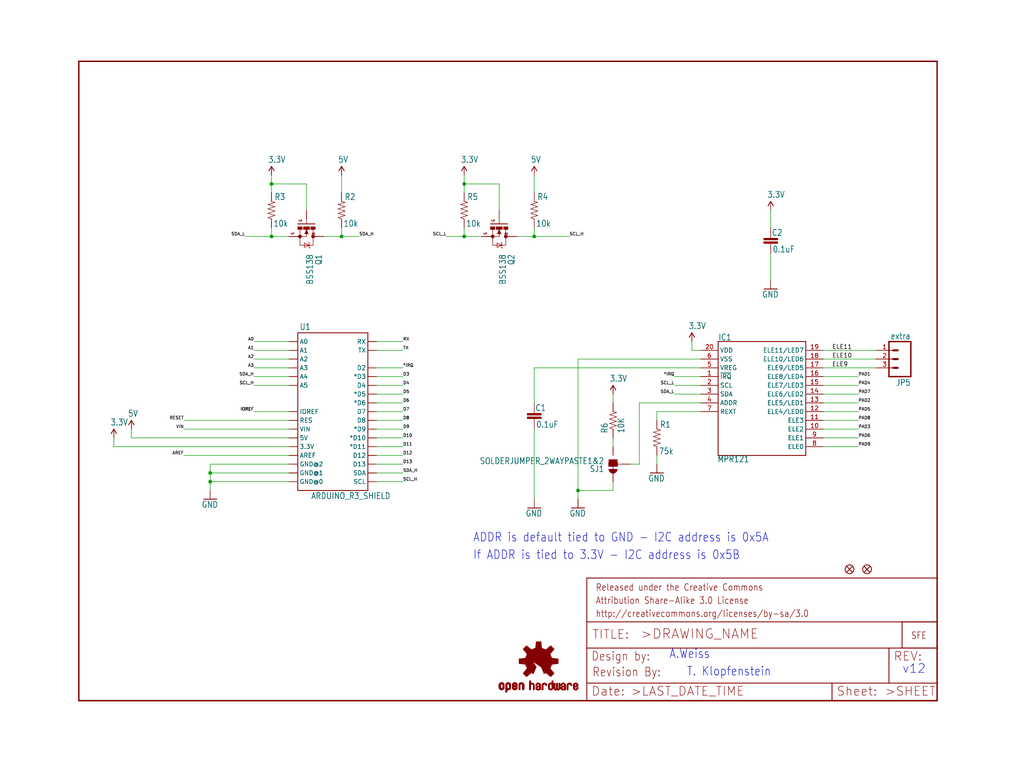
<source format=kicad_sch>
(kicad_sch (version 20211123) (generator eeschema)
  (paper "User" 297.002 223.926)
  (lib_symbols
    (symbol "eagleSchem-eagle-import:10KOHM1{slash}10W1%(0603)0603"
      (property "Reference" "R" (at -3.81 1.4986 0))
      (property "Value" "10KOHM1{slash}10W1%(0603)0603" (at -3.81 -3.302 0))
      (symbol "10KOHM1{slash}10W1%(0603)0603_1_0"
        (pin passive line (at -5.08 0 0) (length 2.54) (name "1") (number "1"))
        (pin passive line (at 5.08 0 180) (length 2.54) (name "2") (number "2"))
      )
    )
    (symbol "eagleSchem-eagle-import:3.3V" (power)
      (property "Value" "3.3V" (at -1.016 3.556 0))
      (symbol "3.3V_1_0"
        (pin power_in line (at 0 0 90) (length 2.54) (name "3.3V") (number "1"))
      )
    )
    (symbol "eagleSchem-eagle-import:5V" (power)
      (property "Value" "5V" (at -1.016 3.556 0))
      (symbol "5V_1_0"
        (pin power_in line (at 0 0 90) (length 2.54) (name "5V") (number "1"))
      )
    )
    (symbol "eagleSchem-eagle-import:ARDUINO_R3_SHIELD"
      (property "Value" "ARDUINO_R3_SHIELD" (at -6.35 -27.94 0))
      (symbol "ARDUINO_R3_SHIELD_1_0"
        (pin bidirectional line (at -12.7 -12.7 0) (length 2.54) (name "3.3V") (number "3.3V"))
        (pin bidirectional line (at -12.7 -10.16 0) (length 2.54) (name "5V") (number "5V"))
        (pin bidirectional line (at -12.7 17.78 0) (length 2.54) (name "A0") (number "A0"))
        (pin bidirectional line (at -12.7 15.24 0) (length 2.54) (name "A1") (number "A1"))
        (pin bidirectional line (at -12.7 12.7 0) (length 2.54) (name "A2") (number "A2"))
        (pin bidirectional line (at -12.7 10.16 0) (length 2.54) (name "A3") (number "A3"))
        (pin bidirectional line (at -12.7 7.62 0) (length 2.54) (name "A4") (number "A4"))
        (pin bidirectional line (at -12.7 5.08 0) (length 2.54) (name "A5") (number "A5"))
        (pin bidirectional line (at -12.7 -15.24 0) (length 2.54) (name "AREF") (number "AREF"))
        (pin bidirectional line (at 12.7 -10.16 180) (length 2.54) (name "*D10") (number "D10"))
        (pin bidirectional line (at 12.7 -12.7 180) (length 2.54) (name "*D11") (number "D11"))
        (pin bidirectional line (at 12.7 -15.24 180) (length 2.54) (name "D12") (number "D12"))
        (pin bidirectional line (at 12.7 -17.78 180) (length 2.54) (name "D13") (number "D13"))
        (pin bidirectional line (at 12.7 10.16 180) (length 2.54) (name "D2") (number "D2"))
        (pin bidirectional line (at 12.7 7.62 180) (length 2.54) (name "*D3") (number "D3"))
        (pin bidirectional line (at 12.7 5.08 180) (length 2.54) (name "D4") (number "D4"))
        (pin bidirectional line (at 12.7 2.54 180) (length 2.54) (name "*D5") (number "D5"))
        (pin bidirectional line (at 12.7 0 180) (length 2.54) (name "*D6") (number "D6"))
        (pin bidirectional line (at 12.7 -2.54 180) (length 2.54) (name "D7") (number "D7"))
        (pin bidirectional line (at 12.7 -5.08 180) (length 2.54) (name "D8") (number "D8"))
        (pin bidirectional line (at 12.7 -7.62 180) (length 2.54) (name "*D9") (number "D9"))
        (pin bidirectional line (at -12.7 -22.86 0) (length 2.54) (name "GND@0") (number "GND@0"))
        (pin bidirectional line (at -12.7 -20.32 0) (length 2.54) (name "GND@1") (number "GND@1"))
        (pin bidirectional line (at -12.7 -17.78 0) (length 2.54) (name "GND@2") (number "GND@2"))
        (pin bidirectional line (at -12.7 -2.54 0) (length 2.54) (name "IOREF") (number "IOREF"))
        (pin bidirectional line (at -12.7 -5.08 0) (length 2.54) (name "RES") (number "RES"))
        (pin bidirectional line (at 12.7 17.78 180) (length 2.54) (name "RX") (number "RX"))
        (pin bidirectional line (at 12.7 -22.86 180) (length 2.54) (name "SCL") (number "SCL"))
        (pin bidirectional line (at 12.7 -20.32 180) (length 2.54) (name "SDA") (number "SDA"))
        (pin bidirectional line (at 12.7 15.24 180) (length 2.54) (name "TX") (number "TX"))
        (pin bidirectional line (at -12.7 -7.62 0) (length 2.54) (name "VIN") (number "VIN"))
      )
    )
    (symbol "eagleSchem-eagle-import:CAP0603-CAP"
      (property "Reference" "C" (at 1.524 2.921 0))
      (property "Value" "CAP0603-CAP" (at 1.524 -2.159 0))
      (symbol "CAP0603-CAP_1_0"
        (pin passive line (at 0 5.08 270) (length 2.54) (name "1") (number "1"))
        (pin passive line (at 0 -2.54 90) (length 2.54) (name "2") (number "2"))
      )
    )
    (symbol "eagleSchem-eagle-import:FIDUCIALUFIDUCIAL")
    (symbol "eagleSchem-eagle-import:FRAME-LETTER"
      (symbol "FRAME-LETTER_2_0"
        (text ">DRAWING_NAME" (at 15.494 17.78 0) (effects (font (size 2.7432 2.7432)) (justify left bottom)))
        (text ">LAST_DATE_TIME" (at 12.7 1.27 0) (effects (font (size 2.54 2.54)) (justify left bottom)))
        (text ">SHEET" (at 86.36 1.27 0) (effects (font (size 2.54 2.54)) (justify left bottom)))
        (text "Attribution Share-Alike 3.0 License" (at 2.54 27.94 0) (effects (font (size 1.9304 1.6408)) (justify left bottom)))
        (text "Date:" (at 1.27 1.27 0) (effects (font (size 2.54 2.54)) (justify left bottom)))
        (text "Design by:" (at 1.27 11.43 0) (effects (font (size 2.54 2.159)) (justify left bottom)))
        (text "http://creativecommons.org/licenses/by-sa/3.0" (at 2.54 24.13 0) (effects (font (size 1.9304 1.6408)) (justify left bottom)))
        (text "Released under the Creative Commons" (at 2.54 31.75 0) (effects (font (size 1.9304 1.6408)) (justify left bottom)))
        (text "REV:" (at 88.9 11.43 0) (effects (font (size 2.54 2.54)) (justify left bottom)))
        (text "Sheet:" (at 72.39 1.27 0) (effects (font (size 2.54 2.54)) (justify left bottom)))
        (text "TITLE:" (at 1.524 17.78 0) (effects (font (size 2.54 2.54)) (justify left bottom)))
      )
    )
    (symbol "eagleSchem-eagle-import:GND" (power)
      (property "Value" "GND" (at -2.54 -2.54 0))
      (symbol "GND_1_0"
        (pin power_in line (at 0 2.54 270) (length 2.54) (name "GND") (number "1"))
      )
    )
    (symbol "eagleSchem-eagle-import:LOGO-SFENEW"
      (symbol "LOGO-SFENEW_1_0"
        (text "SFE" (at 0 0 0) (effects (font (size 1.9304 1.6408)) (justify left bottom)))
      )
    )
    (symbol "eagleSchem-eagle-import:M03PTH"
      (property "Reference" "JP" (at -2.54 5.842 0))
      (property "Value" "M03PTH" (at -2.54 -7.62 0))
      (symbol "M03PTH_1_0"
        (pin passive line (at 7.62 -2.54 180) (length 5.08) (name "1") (number "1"))
        (pin passive line (at 7.62 0 180) (length 5.08) (name "2") (number "2"))
        (pin passive line (at 7.62 2.54 180) (length 5.08) (name "3") (number "3"))
      )
    )
    (symbol "eagleSchem-eagle-import:MOSFET-NCHANNELSMD"
      (property "Reference" "Q" (at 5.08 2.54 0))
      (property "Value" "MOSFET-NCHANNELSMD" (at 5.08 0 0))
      (symbol "MOSFET-NCHANNELSMD_1_0"
        (text "D" (at -1.27 2.54 0) (effects (font (size 0.8128 0.6908)) (justify left bottom)))
        (text "G" (at -5.08 -1.27 0) (effects (font (size 0.8128 0.6908)) (justify left bottom)))
        (text "S" (at -1.27 -3.556 0) (effects (font (size 0.8128 0.6908)) (justify left bottom)))
        (pin passive line (at -7.62 0 0) (length 2.54) (name "G") (number "1"))
        (pin passive line (at 0 -5.08 90) (length 2.54) (name "S") (number "2"))
        (pin passive line (at 0 5.08 270) (length 2.54) (name "D") (number "3"))
      )
    )
    (symbol "eagleSchem-eagle-import:MPR121V2"
      (property "Value" "MPR121V2" (at -12.954 -17.272 0))
      (symbol "MPR121V2_1_0"
        (pin bidirectional line (at -17.78 7.62 0) (length 5.08) (name "~{IRQ}") (number "1"))
        (pin bidirectional line (at 17.78 -7.62 180) (length 5.08) (name "ELE2") (number "10"))
        (pin bidirectional line (at 17.78 -5.08 180) (length 5.08) (name "ELE3") (number "11"))
        (pin bidirectional line (at 17.78 -2.54 180) (length 5.08) (name "ELE4/LED0") (number "12"))
        (pin bidirectional line (at 17.78 0 180) (length 5.08) (name "ELE5/LED1") (number "13"))
        (pin bidirectional line (at 17.78 2.54 180) (length 5.08) (name "ELE6/LED2") (number "14"))
        (pin bidirectional line (at 17.78 5.08 180) (length 5.08) (name "ELE7/LED3") (number "15"))
        (pin bidirectional line (at 17.78 7.62 180) (length 5.08) (name "ELE8/LED4") (number "16"))
        (pin bidirectional line (at 17.78 10.16 180) (length 5.08) (name "ELE9/LED5") (number "17"))
        (pin bidirectional line (at 17.78 12.7 180) (length 5.08) (name "ELE10/LED6") (number "18"))
        (pin bidirectional line (at 17.78 15.24 180) (length 5.08) (name "ELE11/LED7") (number "19"))
        (pin bidirectional line (at -17.78 5.08 0) (length 5.08) (name "SCL") (number "2"))
        (pin bidirectional line (at -17.78 15.24 0) (length 5.08) (name "VDD") (number "20"))
        (pin bidirectional line (at -17.78 2.54 0) (length 5.08) (name "SDA") (number "3"))
        (pin bidirectional line (at -17.78 0 0) (length 5.08) (name "ADDR") (number "4"))
        (pin bidirectional line (at -17.78 10.16 0) (length 5.08) (name "VREG") (number "5"))
        (pin bidirectional line (at -17.78 12.7 0) (length 5.08) (name "VSS") (number "6"))
        (pin bidirectional line (at -17.78 -2.54 0) (length 5.08) (name "REXT") (number "7"))
        (pin bidirectional line (at 17.78 -12.7 180) (length 5.08) (name "ELE0") (number "8"))
        (pin bidirectional line (at 17.78 -10.16 180) (length 5.08) (name "ELE1") (number "9"))
      )
    )
    (symbol "eagleSchem-eagle-import:OSHW-LOGOL")
    (symbol "eagleSchem-eagle-import:RESISTOR0603-RES"
      (property "Reference" "R" (at -3.81 1.4986 0))
      (property "Value" "RESISTOR0603-RES" (at -3.81 -3.302 0))
      (symbol "RESISTOR0603-RES_1_0"
        (pin passive line (at -5.08 0 0) (length 2.54) (name "1") (number "1"))
        (pin passive line (at 5.08 0 180) (length 2.54) (name "2") (number "2"))
      )
    )
    (symbol "eagleSchem-eagle-import:REVISION"
      (symbol "REVISION_1_0"
        (text "Revision By: " (at 0 0 0) (effects (font (size 2.54 2.159)) (justify left bottom)))
      )
    )
    (symbol "eagleSchem-eagle-import:SOLDERJUMPER_2WAYPASTE1&2"
      (property "Reference" "SJ" (at 2.54 0.381 0))
      (property "Value" "SOLDERJUMPER_2WAYPASTE1&2" (at 2.54 -1.905 0))
      (symbol "SOLDERJUMPER_2WAYPASTE1&2_1_0"
        (pin passive line (at 0 5.08 270) (length 2.54) (name "1") (number "1"))
        (pin passive line (at -5.08 0 0) (length 2.54) (name "2") (number "2"))
        (pin passive line (at 0 -5.08 90) (length 2.54) (name "3") (number "3"))
      )
    )
  )
  (junction (at 154.94 68.58))
  (junction (at 99.06 68.58))
  (junction (at 78.74 68.58))
  (junction (at 60.96 137.16))
  (junction (at 134.62 68.58))
  (junction (at 134.62 53.34))
  (junction (at 78.74 53.34))
  (junction (at 60.96 139.7))
  (junction (at 167.64 142.24))
  (wire (pts (xy 88.9 53.34) (xy 78.74 53.34)))
  (wire (pts (xy 109.22 127) (xy 116.84 127)))
  (wire (pts (xy 149.86 68.58) (xy 154.94 68.58)))
  (wire (pts (xy 83.82 121.92) (xy 53.34 121.92)))
  (wire (pts (xy 83.82 99.06) (xy 73.66 99.06)))
  (wire (pts (xy 109.22 114.3) (xy 116.84 114.3)))
  (wire (pts (xy 190.5 132.08) (xy 190.5 134.62)))
  (wire (pts (xy 203.2 114.3) (xy 195.58 114.3)))
  (wire (pts (xy 238.76 104.14) (xy 254 104.14)))
  (wire (pts (xy 203.2 119.38) (xy 190.5 119.38)))
  (wire (pts (xy 154.94 68.58) (xy 165.1 68.58)))
  (wire (pts (xy 223.52 66.04) (xy 223.52 60.96)))
  (wire (pts (xy 177.8 139.7) (xy 177.8 142.24)))
  (wire (pts (xy 109.22 124.46) (xy 116.84 124.46)))
  (wire (pts (xy 109.22 119.38) (xy 116.84 119.38)))
  (wire (pts (xy 177.8 142.24) (xy 167.64 142.24)))
  (wire (pts (xy 99.06 68.58) (xy 99.06 66.04)))
  (wire (pts (xy 83.82 68.58) (xy 78.74 68.58)))
  (wire (pts (xy 83.82 111.76) (xy 73.66 111.76)))
  (wire (pts (xy 83.82 129.54) (xy 33.02 129.54)))
  (wire (pts (xy 109.22 111.76) (xy 116.84 111.76)))
  (wire (pts (xy 238.76 121.92) (xy 248.92 121.92)))
  (wire (pts (xy 109.22 116.84) (xy 116.84 116.84)))
  (wire (pts (xy 203.2 106.68) (xy 154.94 106.68)))
  (wire (pts (xy 200.66 101.6) (xy 200.66 99.06)))
  (wire (pts (xy 185.42 134.62) (xy 182.88 134.62)))
  (wire (pts (xy 223.52 81.28) (xy 223.52 73.66)))
  (wire (pts (xy 134.62 66.04) (xy 134.62 68.58)))
  (wire (pts (xy 154.94 124.46) (xy 154.94 144.78)))
  (wire (pts (xy 83.82 134.62) (xy 60.96 134.62)))
  (wire (pts (xy 167.64 104.14) (xy 203.2 104.14)))
  (wire (pts (xy 144.78 60.96) (xy 144.78 53.34)))
  (wire (pts (xy 238.76 127) (xy 248.92 127)))
  (wire (pts (xy 83.82 139.7) (xy 60.96 139.7)))
  (wire (pts (xy 83.82 109.22) (xy 73.66 109.22)))
  (wire (pts (xy 109.22 139.7) (xy 116.84 139.7)))
  (wire (pts (xy 248.92 114.3) (xy 238.76 114.3)))
  (wire (pts (xy 83.82 101.6) (xy 73.66 101.6)))
  (wire (pts (xy 185.42 116.84) (xy 185.42 134.62)))
  (wire (pts (xy 134.62 53.34) (xy 134.62 50.8)))
  (wire (pts (xy 238.76 109.22) (xy 248.92 109.22)))
  (wire (pts (xy 203.2 111.76) (xy 195.58 111.76)))
  (wire (pts (xy 78.74 53.34) (xy 78.74 50.8)))
  (wire (pts (xy 38.1 127) (xy 38.1 124.46)))
  (wire (pts (xy 139.7 68.58) (xy 134.62 68.58)))
  (wire (pts (xy 154.94 106.68) (xy 154.94 116.84)))
  (wire (pts (xy 238.76 129.54) (xy 248.92 129.54)))
  (wire (pts (xy 154.94 68.58) (xy 154.94 66.04)))
  (wire (pts (xy 109.22 109.22) (xy 116.84 109.22)))
  (wire (pts (xy 167.64 144.78) (xy 167.64 142.24)))
  (wire (pts (xy 83.82 137.16) (xy 60.96 137.16)))
  (wire (pts (xy 134.62 68.58) (xy 129.54 68.58)))
  (wire (pts (xy 109.22 106.68) (xy 116.84 106.68)))
  (wire (pts (xy 190.5 119.38) (xy 190.5 121.92)))
  (wire (pts (xy 177.8 129.54) (xy 177.8 127)))
  (wire (pts (xy 93.98 68.58) (xy 99.06 68.58)))
  (wire (pts (xy 60.96 134.62) (xy 60.96 137.16)))
  (wire (pts (xy 83.82 119.38) (xy 73.66 119.38)))
  (wire (pts (xy 238.76 124.46) (xy 248.92 124.46)))
  (wire (pts (xy 109.22 129.54) (xy 116.84 129.54)))
  (wire (pts (xy 109.22 101.6) (xy 116.84 101.6)))
  (wire (pts (xy 60.96 139.7) (xy 60.96 142.24)))
  (wire (pts (xy 78.74 66.04) (xy 78.74 68.58)))
  (wire (pts (xy 83.82 127) (xy 38.1 127)))
  (wire (pts (xy 78.74 68.58) (xy 71.12 68.58)))
  (wire (pts (xy 83.82 124.46) (xy 53.34 124.46)))
  (wire (pts (xy 167.64 142.24) (xy 167.64 104.14)))
  (wire (pts (xy 109.22 137.16) (xy 116.84 137.16)))
  (wire (pts (xy 99.06 68.58) (xy 104.14 68.58)))
  (wire (pts (xy 177.8 116.84) (xy 177.8 114.3)))
  (wire (pts (xy 203.2 109.22) (xy 195.58 109.22)))
  (wire (pts (xy 238.76 111.76) (xy 248.92 111.76)))
  (wire (pts (xy 134.62 55.88) (xy 134.62 53.34)))
  (wire (pts (xy 203.2 116.84) (xy 185.42 116.84)))
  (wire (pts (xy 203.2 101.6) (xy 200.66 101.6)))
  (wire (pts (xy 238.76 101.6) (xy 254 101.6)))
  (wire (pts (xy 88.9 60.96) (xy 88.9 53.34)))
  (wire (pts (xy 248.92 119.38) (xy 238.76 119.38)))
  (wire (pts (xy 109.22 99.06) (xy 116.84 99.06)))
  (wire (pts (xy 109.22 121.92) (xy 116.84 121.92)))
  (wire (pts (xy 83.82 104.14) (xy 73.66 104.14)))
  (wire (pts (xy 99.06 55.88) (xy 99.06 50.8)))
  (wire (pts (xy 83.82 106.68) (xy 73.66 106.68)))
  (wire (pts (xy 144.78 53.34) (xy 134.62 53.34)))
  (wire (pts (xy 33.02 129.54) (xy 33.02 127)))
  (wire (pts (xy 109.22 134.62) (xy 116.84 134.62)))
  (wire (pts (xy 238.76 106.68) (xy 254 106.68)))
  (wire (pts (xy 60.96 137.16) (xy 60.96 139.7)))
  (wire (pts (xy 154.94 55.88) (xy 154.94 50.8)))
  (wire (pts (xy 109.22 132.08) (xy 116.84 132.08)))
  (wire (pts (xy 248.92 116.84) (xy 238.76 116.84)))
  (wire (pts (xy 78.74 55.88) (xy 78.74 53.34)))
  (polyline (pts (xy 177.8 134.62) (xy 177.8 137.16)))
  (wire (pts (xy 83.82 132.08) (xy 53.34 132.08)))
  (text "T. Klopfenstein" (at 199.136 196.342 180) (effects (font (size 2.54 2.159)) (justify left bottom)))
  (text "If ADDR is tied to 3.3V - I2C address is 0x5B" (at 137.16 162.56 180) (effects (font (size 2.54 2.159)) (justify left bottom)))
  (text "A.Weiss" (at 194.056 191.262 180) (effects (font (size 2.54 2.159)) (justify left bottom)))
  (text "v12" (at 261.62 195.58 180) (effects (font (size 2.54 2.54)) (justify left bottom)))
  (text "ADDR is default tied to GND - I2C address is 0x5A" (at 137.16 157.48 180) (effects (font (size 2.54 2.159)) (justify left bottom)))
  (label "VIN" (at 53.34 124.46 180) (effects (font (size 0.889 0.889))))
  (label "A1" (at 73.66 101.6 180) (effects (font (size 0.889 0.889))))
  (label "SCL_L" (at 195.58 111.76 180) (effects (font (size 0.889 0.889))))
  (label "A2" (at 73.66 104.14 180) (effects (font (size 0.889 0.889))))
  (label "D11" (at 116.84 129.54 0) (effects (font (size 0.889 0.889))))
  (label "IOREF" (at 73.66 119.38 180) (effects (font (size 0.889 0.889))))
  (label "D12" (at 116.84 132.08 0) (effects (font (size 0.889 0.889))))
  (label "SCL_L" (at 129.54 68.58 180) (effects (font (size 0.889 0.889))))
  (label "TX" (at 116.84 101.6 0) (effects (font (size 0.889 0.889))))
  (label "*IRQ" (at 116.84 106.68 0) (effects (font (size 0.889 0.889))))
  (label "A0" (at 73.66 99.06 180) (effects (font (size 0.889 0.889))))
  (label "PAD2" (at 248.92 116.84 0) (effects (font (size 0.889 0.889))))
  (label "ELE10" (at 241.3 104.14 0) (effects (font (size 1.2446 1.2446))))
  (label "PAD6" (at 248.92 127 0) (effects (font (size 0.889 0.889))))
  (label "PAD5" (at 248.92 119.38 0) (effects (font (size 0.889 0.889))))
  (label "*IRQ" (at 195.58 109.22 180) (effects (font (size 0.889 0.889))))
  (label "SDA_H" (at 116.84 137.16 0) (effects (font (size 0.889 0.889))))
  (label "D3" (at 116.84 109.22 0) (effects (font (size 0.889 0.889))))
  (label "SDA_L" (at 71.12 68.58 180) (effects (font (size 0.889 0.889))))
  (label "RESET" (at 53.34 121.92 180) (effects (font (size 0.889 0.889))))
  (label "AREF" (at 53.34 132.08 180) (effects (font (size 0.889 0.889))))
  (label "SCL_H" (at 73.66 111.76 180) (effects (font (size 0.889 0.889))))
  (label "SDA_H" (at 104.14 68.58 0) (effects (font (size 0.889 0.889))))
  (label "PAD1" (at 248.92 109.22 0) (effects (font (size 0.889 0.889))))
  (label "D7" (at 116.84 119.38 0) (effects (font (size 0.889 0.889))))
  (label "PAD4" (at 248.92 111.76 0) (effects (font (size 0.889 0.889))))
  (label "D5" (at 116.84 114.3 0) (effects (font (size 0.889 0.889))))
  (label "RX" (at 116.84 99.06 0) (effects (font (size 0.889 0.889))))
  (label "ELE11" (at 241.3 101.6 0) (effects (font (size 1.2446 1.2446))))
  (label "SDA_L" (at 195.58 114.3 180) (effects (font (size 0.889 0.889))))
  (label "PAD9" (at 248.92 129.54 0) (effects (font (size 0.889 0.889))))
  (label "PAD3" (at 248.92 124.46 0) (effects (font (size 0.889 0.889))))
  (label "D6" (at 116.84 116.84 0) (effects (font (size 0.889 0.889))))
  (label "D13" (at 116.84 134.62 0) (effects (font (size 0.889 0.889))))
  (label "SCL_H" (at 165.1 68.58 0) (effects (font (size 0.889 0.889))))
  (label "SCL_H" (at 116.84 139.7 0) (effects (font (size 0.889 0.889))))
  (label "D4" (at 116.84 111.76 0) (effects (font (size 0.889 0.889))))
  (label "A3" (at 73.66 106.68 180) (effects (font (size 0.889 0.889))))
  (label "ELE9" (at 241.3 106.68 0) (effects (font (size 1.2446 1.2446))))
  (label "PAD7" (at 248.92 114.3 0) (effects (font (size 0.889 0.889))))
  (label "D9" (at 116.84 124.46 0) (effects (font (size 0.889 0.889))))
  (label "IOREF" (at 73.66 119.38 180) (effects (font (size 0.889 0.889))))
  (label "D10" (at 116.84 127 0) (effects (font (size 0.889 0.889))))
  (label "D8" (at 116.84 121.92 0) (effects (font (size 0.889 0.889))))
  (label "PAD8" (at 248.92 121.92 0) (effects (font (size 0.889 0.889))))
  (label "SDA_H" (at 73.66 109.22 180) (effects (font (size 0.889 0.889))))
  (symbol (lib_id "eagleSchem-eagle-import:FIDUCIALUFIDUCIAL") (at 251.46 165.1 0) (unit 1)
    (property "Reference" "FID2" (effects hide))
    (property "Value" "FIDUCIALUFIDUCIAL" (effects hide))
    (property "Footprint" "eagleSchem:MICRO-FIDUCIAL" (effects hide))
  )
  (symbol (lib_id "eagleSchem-eagle-import:CAP0603-CAP") (at 223.52 71.12 0) (unit 1)
    (property "Reference" "C2" (at 223.774 68.453 0) (effects (font (size 1.778 1.5113)) (justify left bottom)))
    (property "Value" "0.1uF" (at 224.028 73.279 0) (effects (font (size 1.778 1.5113)) (justify left bottom)))
    (property "Footprint" "eagleSchem:0603-CAP" (effects hide))
  )
  (symbol (lib_id "eagleSchem-eagle-import:5V") (at 154.94 50.8 0) (unit 1)
    (property "Reference" "#U$2" (effects hide))
    (property "Value" "5V" (at 153.924 47.244 0) (effects (font (size 1.778 1.5113)) (justify left bottom)))
    (property "Footprint" "eagleSchem:" (effects hide))
  )
  (symbol (lib_id "eagleSchem-eagle-import:RESISTOR0603-RES") (at 190.5 127 90) (unit 1)
    (property "Reference" "R1" (at 194.564 122.1486 90) (effects (font (size 1.778 1.5113)) (justify left bottom)))
    (property "Value" "75k" (at 191.008 131.826 90) (effects (font (size 1.778 1.5113)) (justify right top)))
    (property "Footprint" "eagleSchem:0603-RES" (effects hide))
  )
  (symbol (lib_id "eagleSchem-eagle-import:FRAME-LETTER") (at 170.18 203.2 0) (unit 2)
    (property "Reference" "FRAME1" (effects hide))
    (property "Value" "FRAME-LETTER" (effects hide))
    (property "Footprint" "eagleSchem:CREATIVE_COMMONS" (effects hide))
  )
  (symbol (lib_id "eagleSchem-eagle-import:10KOHM1{slash}10W1%(0603)0603") (at 99.06 60.96 90) (unit 1)
    (property "Reference" "R2" (at 103.124 56.1086 90) (effects (font (size 1.778 1.5113)) (justify left bottom)))
    (property "Value" "10k" (at 99.568 65.786 90) (effects (font (size 1.778 1.5113)) (justify right top)))
    (property "Footprint" "eagleSchem:0603-RES" (effects hide))
  )
  (symbol (lib_id "eagleSchem-eagle-import:M03PTH") (at 261.62 104.14 180) (unit 1)
    (property "Reference" "JP5" (at 264.16 109.982 0) (effects (font (size 1.778 1.5113)) (justify left bottom)))
    (property "Value" "extra" (at 264.16 96.52 0) (effects (font (size 1.778 1.5113)) (justify left bottom)))
    (property "Footprint" "eagleSchem:1X03" (effects hide))
  )
  (symbol (lib_id "eagleSchem-eagle-import:GND") (at 223.52 83.82 0) (unit 1)
    (property "Reference" "#GND5" (effects hide))
    (property "Value" "GND" (at 220.98 86.36 0) (effects (font (size 1.778 1.5113)) (justify left bottom)))
    (property "Footprint" "eagleSchem:" (effects hide))
  )
  (symbol (lib_id "eagleSchem-eagle-import:3.3V") (at 223.52 60.96 0) (unit 1)
    (property "Reference" "#P+3" (effects hide))
    (property "Value" "3.3V" (at 222.504 57.404 0) (effects (font (size 1.778 1.5113)) (justify left bottom)))
    (property "Footprint" "eagleSchem:" (effects hide))
  )
  (symbol (lib_id "eagleSchem-eagle-import:3.3V") (at 177.8 114.3 0) (unit 1)
    (property "Reference" "#P+6" (effects hide))
    (property "Value" "3.3V" (at 176.784 110.744 0) (effects (font (size 1.778 1.5113)) (justify left bottom)))
    (property "Footprint" "eagleSchem:" (effects hide))
  )
  (symbol (lib_id "eagleSchem-eagle-import:10KOHM1{slash}10W1%(0603)0603") (at 134.62 60.96 90) (unit 1)
    (property "Reference" "R5" (at 138.684 56.1086 90) (effects (font (size 1.778 1.5113)) (justify left bottom)))
    (property "Value" "10k" (at 135.128 65.786 90) (effects (font (size 1.778 1.5113)) (justify right top)))
    (property "Footprint" "eagleSchem:0603-RES" (effects hide))
  )
  (symbol (lib_id "eagleSchem-eagle-import:5V") (at 38.1 124.46 0) (unit 1)
    (property "Reference" "#U$3" (effects hide))
    (property "Value" "5V" (at 37.084 120.904 0) (effects (font (size 1.778 1.5113)) (justify left bottom)))
    (property "Footprint" "eagleSchem:" (effects hide))
  )
  (symbol (lib_id "eagleSchem-eagle-import:10KOHM1{slash}10W1%(0603)0603") (at 78.74 60.96 90) (unit 1)
    (property "Reference" "R3" (at 82.804 56.1086 90) (effects (font (size 1.778 1.5113)) (justify left bottom)))
    (property "Value" "10k" (at 79.248 65.786 90) (effects (font (size 1.778 1.5113)) (justify right top)))
    (property "Footprint" "eagleSchem:0603-RES" (effects hide))
  )
  (symbol (lib_id "eagleSchem-eagle-import:REVISION") (at 171.704 196.342 0) (unit 1)
    (property "Reference" "U$1" (effects hide))
    (property "Value" "REVISION" (effects hide))
    (property "Footprint" "eagleSchem:REVISION" (effects hide))
  )
  (symbol (lib_id "eagleSchem-eagle-import:GND") (at 154.94 147.32 0) (unit 1)
    (property "Reference" "#GND1" (effects hide))
    (property "Value" "GND" (at 152.4 149.86 0) (effects (font (size 1.778 1.5113)) (justify left bottom)))
    (property "Footprint" "eagleSchem:" (effects hide))
  )
  (symbol (lib_id "eagleSchem-eagle-import:ARDUINO_R3_SHIELD") (at 96.52 116.84 0) (unit 1)
    (property "Reference" "U1" (at 86.868 95.758 0) (effects (font (size 1.778 1.5113)) (justify left bottom)))
    (property "Value" "ARDUINO_R3_SHIELD" (at 90.17 144.78 0) (effects (font (size 1.778 1.5113)) (justify left bottom)))
    (property "Footprint" "eagleSchem:UNO_R3_SHIELD" (effects hide))
  )
  (symbol (lib_id "eagleSchem-eagle-import:MOSFET-NCHANNELSMD") (at 88.9 68.58 270) (unit 1)
    (property "Reference" "Q1" (at 91.44 73.66 0) (effects (font (size 1.778 1.5113)) (justify left bottom)))
    (property "Value" "BSS138" (at 88.9 73.66 0) (effects (font (size 1.778 1.5113)) (justify left bottom)))
    (property "Footprint" "eagleSchem:SOT23-3" (effects hide))
  )
  (symbol (lib_id "eagleSchem-eagle-import:CAP0603-CAP") (at 154.94 121.92 0) (unit 1)
    (property "Reference" "C1" (at 155.194 119.253 0) (effects (font (size 1.778 1.5113)) (justify left bottom)))
    (property "Value" "0.1uF" (at 155.448 124.079 0) (effects (font (size 1.778 1.5113)) (justify left bottom)))
    (property "Footprint" "eagleSchem:0603-CAP" (effects hide))
  )
  (symbol (lib_id "eagleSchem-eagle-import:GND") (at 190.5 137.16 0) (unit 1)
    (property "Reference" "#GND2" (effects hide))
    (property "Value" "GND" (at 187.96 139.7 0) (effects (font (size 1.778 1.5113)) (justify left bottom)))
    (property "Footprint" "eagleSchem:" (effects hide))
  )
  (symbol (lib_id "eagleSchem-eagle-import:3.3V") (at 78.74 50.8 0) (unit 1)
    (property "Reference" "#P+4" (effects hide))
    (property "Value" "3.3V" (at 77.724 47.244 0) (effects (font (size 1.778 1.5113)) (justify left bottom)))
    (property "Footprint" "eagleSchem:" (effects hide))
  )
  (symbol (lib_id "eagleSchem-eagle-import:10KOHM1{slash}10W1%(0603)0603") (at 177.8 121.92 90) (unit 1)
    (property "Reference" "R6" (at 176.3014 125.73 0) (effects (font (size 1.778 1.5113)) (justify left bottom)))
    (property "Value" "10K" (at 181.102 125.73 0) (effects (font (size 1.778 1.5113)) (justify left bottom)))
    (property "Footprint" "eagleSchem:0603-RES" (effects hide))
  )
  (symbol (lib_id "eagleSchem-eagle-import:FIDUCIALUFIDUCIAL") (at 246.38 165.1 0) (unit 1)
    (property "Reference" "FID1" (effects hide))
    (property "Value" "FIDUCIALUFIDUCIAL" (effects hide))
    (property "Footprint" "eagleSchem:MICRO-FIDUCIAL" (effects hide))
  )
  (symbol (lib_id "eagleSchem-eagle-import:5V") (at 99.06 50.8 0) (unit 1)
    (property "Reference" "#U$4" (effects hide))
    (property "Value" "5V" (at 98.044 47.244 0) (effects (font (size 1.778 1.5113)) (justify left bottom)))
    (property "Footprint" "eagleSchem:" (effects hide))
  )
  (symbol (lib_id "eagleSchem-eagle-import:MPR121V2") (at 220.98 116.84 0) (unit 1)
    (property "Reference" "IC1" (at 208.28 98.806 0) (effects (font (size 1.778 1.5113)) (justify left bottom)))
    (property "Value" "MPR121" (at 208.026 134.112 0) (effects (font (size 1.778 1.5113)) (justify left bottom)))
    (property "Footprint" "eagleSchem:QFN-20-0.4MM-V2" (effects hide))
  )
  (symbol (lib_id "eagleSchem-eagle-import:OSHW-LOGOL") (at 156.21 191.77 0) (unit 1)
    (property "Reference" "U$5" (effects hide))
    (property "Value" "OSHW-LOGOL" (effects hide))
    (property "Footprint" "eagleSchem:OSHW-LOGO-L" (effects hide))
  )
  (symbol (lib_id "eagleSchem-eagle-import:MOSFET-NCHANNELSMD") (at 144.78 68.58 270) (unit 1)
    (property "Reference" "Q2" (at 147.32 73.66 0) (effects (font (size 1.778 1.5113)) (justify left bottom)))
    (property "Value" "BSS138" (at 144.78 73.66 0) (effects (font (size 1.778 1.5113)) (justify left bottom)))
    (property "Footprint" "eagleSchem:SOT23-3" (effects hide))
  )
  (symbol (lib_id "eagleSchem-eagle-import:GND") (at 60.96 144.78 0) (unit 1)
    (property "Reference" "#GND6" (effects hide))
    (property "Value" "GND" (at 58.42 147.32 0) (effects (font (size 1.778 1.5113)) (justify left bottom)))
    (property "Footprint" "eagleSchem:" (effects hide))
  )
  (symbol (lib_id "eagleSchem-eagle-import:LOGO-SFENEW") (at 264.16 185.42 0) (unit 1)
    (property "Reference" "JP1" (effects hide))
    (property "Value" "LOGO-SFENEW" (effects hide))
    (property "Footprint" "eagleSchem:SFE-NEW-WEBLOGO" (effects hide))
  )
  (symbol (lib_id "eagleSchem-eagle-import:3.3V") (at 33.02 127 0) (unit 1)
    (property "Reference" "#P+1" (effects hide))
    (property "Value" "3.3V" (at 32.004 123.444 0) (effects (font (size 1.778 1.5113)) (justify left bottom)))
    (property "Footprint" "eagleSchem:" (effects hide))
  )
  (symbol (lib_id "eagleSchem-eagle-import:FRAME-LETTER") (at 22.86 203.2 0) (unit 1)
    (property "Reference" "FRAME1" (effects hide))
    (property "Value" "FRAME-LETTER" (effects hide))
    (property "Footprint" "eagleSchem:CREATIVE_COMMONS" (effects hide))
  )
  (symbol (lib_id "eagleSchem-eagle-import:3.3V") (at 200.66 99.06 0) (unit 1)
    (property "Reference" "#P+2" (effects hide))
    (property "Value" "3.3V" (at 199.644 95.504 0) (effects (font (size 1.778 1.5113)) (justify left bottom)))
    (property "Footprint" "eagleSchem:" (effects hide))
  )
  (symbol (lib_id "eagleSchem-eagle-import:SOLDERJUMPER_2WAYPASTE1&2") (at 177.8 134.62 180) (unit 1)
    (property "Reference" "SJ1" (at 175.26 135.001 0) (effects (font (size 1.778 1.5113)) (justify left bottom)))
    (property "Value" "SOLDERJUMPER_2WAYPASTE1&2" (at 175.26 132.715 0) (effects (font (size 1.778 1.5113)) (justify left bottom)))
    (property "Footprint" "eagleSchem:SJ_3_PASTE1&2" (effects hide))
  )
  (symbol (lib_id "eagleSchem-eagle-import:GND") (at 167.64 147.32 0) (unit 1)
    (property "Reference" "#GND3" (effects hide))
    (property "Value" "GND" (at 165.1 149.86 0) (effects (font (size 1.778 1.5113)) (justify left bottom)))
    (property "Footprint" "eagleSchem:" (effects hide))
  )
  (symbol (lib_id "eagleSchem-eagle-import:3.3V") (at 134.62 50.8 0) (unit 1)
    (property "Reference" "#P+5" (effects hide))
    (property "Value" "3.3V" (at 133.604 47.244 0) (effects (font (size 1.778 1.5113)) (justify left bottom)))
    (property "Footprint" "eagleSchem:" (effects hide))
  )
  (symbol (lib_id "eagleSchem-eagle-import:10KOHM1{slash}10W1%(0603)0603") (at 154.94 60.96 90) (unit 1)
    (property "Reference" "R4" (at 159.004 56.1086 90) (effects (font (size 1.778 1.5113)) (justify left bottom)))
    (property "Value" "10k" (at 155.448 65.786 90) (effects (font (size 1.778 1.5113)) (justify right top)))
    (property "Footprint" "eagleSchem:0603-RES" (effects hide))
  )
)
</source>
